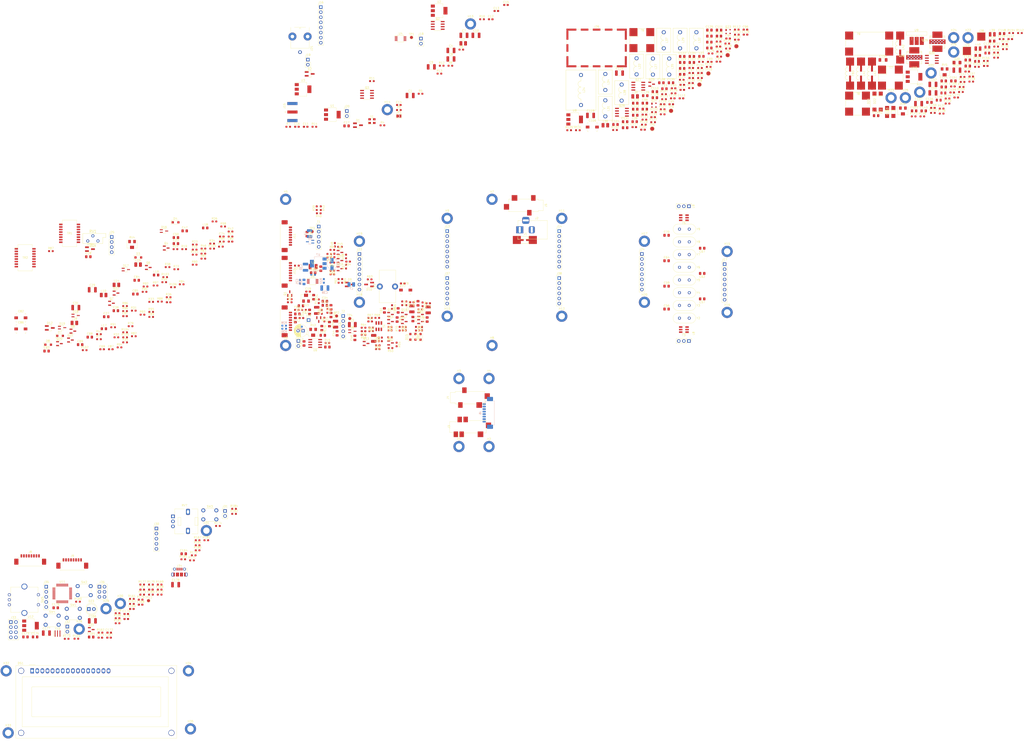
<source format=kicad_pcb>
(kicad_pcb (version 20211014) (generator pcbnew)

  (general
    (thickness 1.6)
  )

  (paper "A4")
  (layers
    (0 "F.Cu" signal)
    (31 "B.Cu" signal)
    (32 "B.Adhes" user "B.Adhesive")
    (33 "F.Adhes" user "F.Adhesive")
    (34 "B.Paste" user)
    (35 "F.Paste" user)
    (36 "B.SilkS" user "B.Silkscreen")
    (37 "F.SilkS" user "F.Silkscreen")
    (38 "B.Mask" user)
    (39 "F.Mask" user)
    (40 "Dwgs.User" user "User.Drawings")
    (41 "Cmts.User" user "User.Comments")
    (42 "Eco1.User" user "User.Eco1")
    (43 "Eco2.User" user "User.Eco2")
    (44 "Edge.Cuts" user)
    (45 "Margin" user)
    (46 "B.CrtYd" user "B.Courtyard")
    (47 "F.CrtYd" user "F.Courtyard")
    (48 "B.Fab" user)
    (49 "F.Fab" user)
    (50 "User.1" user)
    (51 "User.2" user)
    (52 "User.3" user)
    (53 "User.4" user)
    (54 "User.5" user)
    (55 "User.6" user)
    (56 "User.7" user)
    (57 "User.8" user)
    (58 "User.9" user)
  )

  (setup
    (stackup
      (layer "F.SilkS" (type "Top Silk Screen"))
      (layer "F.Paste" (type "Top Solder Paste"))
      (layer "F.Mask" (type "Top Solder Mask") (thickness 0.01))
      (layer "F.Cu" (type "copper") (thickness 0.035))
      (layer "dielectric 1" (type "core") (thickness 1.51) (material "FR4") (epsilon_r 4.5) (loss_tangent 0.02))
      (layer "B.Cu" (type "copper") (thickness 0.035))
      (layer "B.Mask" (type "Bottom Solder Mask") (thickness 0.01))
      (layer "B.Paste" (type "Bottom Solder Paste"))
      (layer "B.SilkS" (type "Bottom Silk Screen"))
      (copper_finish "None")
      (dielectric_constraints no)
    )
    (pad_to_mask_clearance 0)
    (pcbplotparams
      (layerselection 0x00010fc_ffffffff)
      (disableapertmacros false)
      (usegerberextensions false)
      (usegerberattributes true)
      (usegerberadvancedattributes true)
      (creategerberjobfile true)
      (svguseinch false)
      (svgprecision 6)
      (excludeedgelayer true)
      (plotframeref false)
      (viasonmask false)
      (mode 1)
      (useauxorigin false)
      (hpglpennumber 1)
      (hpglpenspeed 20)
      (hpglpendiameter 15.000000)
      (dxfpolygonmode true)
      (dxfimperialunits true)
      (dxfusepcbnewfont true)
      (psnegative false)
      (psa4output false)
      (plotreference true)
      (plotvalue true)
      (plotinvisibletext false)
      (sketchpadsonfab false)
      (subtractmaskfromsilk false)
      (outputformat 1)
      (mirror false)
      (drillshape 1)
      (scaleselection 1)
      (outputdirectory "")
    )
  )

  (net 0 "")
  (net 1 "+12V")
  (net 2 "GND")
  (net 3 "Net-(C2-Pad1)")
  (net 4 "Net-(C3-Pad1)")
  (net 5 "+3.3V")
  (net 6 "+9VA")
  (net 7 "/MIC")
  (net 8 "Net-(C6-Pad2)")
  (net 9 "+5VA")
  (net 10 "Net-(C10-Pad1)")
  (net 11 "Net-(C11-Pad1)")
  (net 12 "Net-(C11-Pad2)")
  (net 13 "Net-(C14-Pad1)")
  (net 14 "Net-(C14-Pad2)")
  (net 15 "Net-(C15-Pad1)")
  (net 16 "/BFO")
  (net 17 "Net-(C16-Pad1)")
  (net 18 "Net-(C16-Pad2)")
  (net 19 "Net-(C17-Pad1)")
  (net 20 "Net-(C17-Pad2)")
  (net 21 "Net-(C18-Pad1)")
  (net 22 "Net-(C18-Pad2)")
  (net 23 "Net-(C19-Pad1)")
  (net 24 "Net-(C19-Pad2)")
  (net 25 "Net-(C20-Pad1)")
  (net 26 "Net-(C20-Pad2)")
  (net 27 "Net-(C22-Pad1)")
  (net 28 "Net-(C23-Pad1)")
  (net 29 "Net-(C23-Pad2)")
  (net 30 "Net-(C25-Pad1)")
  (net 31 "Net-(C25-Pad2)")
  (net 32 "Net-(C26-Pad1)")
  (net 33 "Net-(C27-Pad1)")
  (net 34 "Net-(C27-Pad2)")
  (net 35 "Net-(C28-Pad1)")
  (net 36 "+VRX")
  (net 37 "Net-(C31-Pad1)")
  (net 38 "Net-(C33-Pad1)")
  (net 39 "/Baseband/VAGC")
  (net 40 "Net-(C37-Pad1)")
  (net 41 "Net-(C39-Pad1)")
  (net 42 "Net-(C39-Pad2)")
  (net 43 "Net-(C40-Pad2)")
  (net 44 "Net-(C41-Pad2)")
  (net 45 "Net-(C42-Pad1)")
  (net 46 "/Baseband/SPKR_OUT")
  (net 47 "Net-(C43-Pad2)")
  (net 48 "Net-(C44-Pad2)")
  (net 49 "Net-(C45-Pad1)")
  (net 50 "Net-(C45-Pad2)")
  (net 51 "Net-(C46-Pad1)")
  (net 52 "Net-(C46-Pad2)")
  (net 53 "Net-(C47-Pad1)")
  (net 54 "Net-(C47-Pad2)")
  (net 55 "Net-(C48-Pad1)")
  (net 56 "Net-(C48-Pad2)")
  (net 57 "Net-(C49-Pad1)")
  (net 58 "Net-(C49-Pad2)")
  (net 59 "Net-(C50-Pad1)")
  (net 60 "Net-(C51-Pad2)")
  (net 61 "Net-(C52-Pad1)")
  (net 62 "Net-(C53-Pad1)")
  (net 63 "Net-(C53-Pad2)")
  (net 64 "Net-(C54-Pad2)")
  (net 65 "Net-(C55-Pad1)")
  (net 66 "Net-(C55-Pad2)")
  (net 67 "Net-(C56-Pad2)")
  (net 68 "Net-(C57-Pad2)")
  (net 69 "Net-(C58-Pad1)")
  (net 70 "Net-(C59-Pad2)")
  (net 71 "Net-(C60-Pad2)")
  (net 72 "Net-(C61-Pad1)")
  (net 73 "Net-(C62-Pad2)")
  (net 74 "Net-(C63-Pad2)")
  (net 75 "Net-(C64-Pad2)")
  (net 76 "Net-(C65-Pad1)")
  (net 77 "Net-(C65-Pad2)")
  (net 78 "Net-(C66-Pad2)")
  (net 79 "Net-(C67-Pad2)")
  (net 80 "Net-(C68-Pad1)")
  (net 81 "Net-(C69-Pad1)")
  (net 82 "Net-(C69-Pad2)")
  (net 83 "Net-(C70-Pad2)")
  (net 84 "Net-(C71-Pad2)")
  (net 85 "Net-(C72-Pad1)")
  (net 86 "Net-(C72-Pad2)")
  (net 87 "Net-(C73-Pad2)")
  (net 88 "Net-(C74-Pad2)")
  (net 89 "Net-(C75-Pad2)")
  (net 90 "Net-(C76-Pad1)")
  (net 91 "Net-(C76-Pad2)")
  (net 92 "Net-(C78-Pad1)")
  (net 93 "Net-(C80-Pad1)")
  (net 94 "Net-(C80-Pad2)")
  (net 95 "Net-(C81-Pad1)")
  (net 96 "Net-(C81-Pad2)")
  (net 97 "Net-(C82-Pad1)")
  (net 98 "Net-(C82-Pad2)")
  (net 99 "Net-(C83-Pad2)")
  (net 100 "Net-(C86-Pad1)")
  (net 101 "Net-(C86-Pad2)")
  (net 102 "Net-(C87-Pad2)")
  (net 103 "Net-(C90-Pad2)")
  (net 104 "Net-(C100-Pad1)")
  (net 105 "/70MHz VHF Frontend/VHF_RX")
  (net 106 "Net-(C93-Pad1)")
  (net 107 "/70MHz VHF Frontend/TX_FROM_MIX")
  (net 108 "Net-(C94-Pad2)")
  (net 109 "Net-(C96-Pad2)")
  (net 110 "Net-(C100-Pad2)")
  (net 111 "Net-(C101-Pad2)")
  (net 112 "Net-(C102-Pad2)")
  (net 113 "Net-(C103-Pad1)")
  (net 114 "Net-(C104-Pad2)")
  (net 115 "Net-(C106-Pad1)")
  (net 116 "Net-(C107-Pad2)")
  (net 117 "Net-(C108-Pad1)")
  (net 118 "Net-(C109-Pad2)")
  (net 119 "/70MHz VHF Frontend/+VTX_FE")
  (net 120 "Net-(C111-Pad2)")
  (net 121 "Net-(C112-Pad1)")
  (net 122 "Net-(C112-Pad2)")
  (net 123 "Net-(C114-Pad2)")
  (net 124 "Net-(C115-Pad2)")
  (net 125 "/70MHz VHF Frontend/12V")
  (net 126 "Net-(C118-Pad2)")
  (net 127 "Net-(C119-Pad1)")
  (net 128 "Net-(C120-Pad1)")
  (net 129 "Net-(C120-Pad2)")
  (net 130 "Net-(C121-Pad1)")
  (net 131 "Net-(C125-Pad2)")
  (net 132 "Net-(C126-Pad1)")
  (net 133 "Net-(C128-Pad1)")
  (net 134 "Net-(C128-Pad2)")
  (net 135 "Net-(C129-Pad1)")
  (net 136 "/70MHz VHF Frontend/RX_TO_MIX")
  (net 137 "/70MHz VHF Frontend/VHF_TX")
  (net 138 "Net-(C136-Pad1)")
  (net 139 "Net-(C136-Pad2)")
  (net 140 "/PA 70MHz/12V")
  (net 141 "VGG1")
  (net 142 "Net-(C140-Pad1)")
  (net 143 "Net-(C140-Pad2)")
  (net 144 "Net-(C143-Pad1)")
  (net 145 "Net-(C143-Pad2)")
  (net 146 "Net-(C144-Pad1)")
  (net 147 "Net-(C144-Pad2)")
  (net 148 "VGG2")
  (net 149 "Net-(C147-Pad1)")
  (net 150 "Net-(C147-Pad2)")
  (net 151 "Net-(C148-Pad1)")
  (net 152 "Net-(C148-Pad2)")
  (net 153 "Net-(C149-Pad1)")
  (net 154 "Net-(C152-Pad1)")
  (net 155 "/PA 70MHz/VG_5V")
  (net 156 "Net-(C155-Pad2)")
  (net 157 "Net-(C156-Pad2)")
  (net 158 "Net-(C159-Pad2)")
  (net 159 "Net-(C161-Pad2)")
  (net 160 "Net-(C162-Pad2)")
  (net 161 "/PA 70MHz/PA_OUT")
  (net 162 "/Control on separate board/ENC_B")
  (net 163 "/Control on separate board/ENC_A")
  (net 164 "/Control on separate board/3.3V_UI")
  (net 165 "Net-(C169-Pad1)")
  (net 166 "Net-(C171-Pad1)")
  (net 167 "Net-(C172-Pad1)")
  (net 168 "Net-(C173-Pad2)")
  (net 169 "/Control on separate board/CW_TONE")
  (net 170 "Net-(C176-Pad1)")
  (net 171 "/Control on separate board/5V")
  (net 172 "Net-(D2-Pad1)")
  (net 173 "Net-(D5-Pad1)")
  (net 174 "Net-(D5-Pad2)")
  (net 175 "Net-(D6-Pad1)")
  (net 176 "Net-(D6-Pad2)")
  (net 177 "Net-(D7-Pad2)")
  (net 178 "Net-(D8-Pad2)")
  (net 179 "Net-(D9-Pad1)")
  (net 180 "Net-(D10-Pad3)")
  (net 181 "Net-(D10-Pad1)")
  (net 182 "Net-(D11-Pad1)")
  (net 183 "Net-(D11-Pad3)")
  (net 184 "Net-(D13-Pad2)")
  (net 185 "Net-(D14-Pad2)")
  (net 186 "Net-(D15-Pad2)")
  (net 187 "Net-(D16-Pad1)")
  (net 188 "Net-(D16-Pad2)")
  (net 189 "Net-(D16-Pad3)")
  (net 190 "Net-(D17-Pad3)")
  (net 191 "Net-(D18-Pad1)")
  (net 192 "Net-(D18-Pad2)")
  (net 193 "Net-(D18-Pad3)")
  (net 194 "Net-(D19-Pad3)")
  (net 195 "Net-(D20-Pad2)")
  (net 196 "Net-(D21-Pad2)")
  (net 197 "/Control on separate board/STATUSn")
  (net 198 "Net-(D23-Pad2)")
  (net 199 "unconnected-(DS1-Pad1)")
  (net 200 "unconnected-(DS1-Pad2)")
  (net 201 "unconnected-(DS1-Pad3)")
  (net 202 "unconnected-(DS1-Pad4)")
  (net 203 "unconnected-(DS1-Pad5)")
  (net 204 "unconnected-(DS1-Pad6)")
  (net 205 "unconnected-(DS1-Pad7)")
  (net 206 "unconnected-(DS1-Pad8)")
  (net 207 "unconnected-(DS1-Pad9)")
  (net 208 "unconnected-(DS1-Pad10)")
  (net 209 "unconnected-(DS1-Pad11)")
  (net 210 "unconnected-(DS1-Pad12)")
  (net 211 "unconnected-(DS1-Pad13)")
  (net 212 "unconnected-(DS1-Pad14)")
  (net 213 "unconnected-(DS1-Pad15)")
  (net 214 "unconnected-(DS1-Pad16)")
  (net 215 "Net-(FB1-Pad2)")
  (net 216 "Net-(FB3-Pad1)")
  (net 217 "unconnected-(J3-PadNC)")
  (net 218 "Net-(J3-PadR1)")
  (net 219 "unconnected-(J3-PadR2)")
  (net 220 "Net-(J3-PadS)")
  (net 221 "Net-(J3-PadT)")
  (net 222 "unconnected-(J3-PadTN)")
  (net 223 "Net-(J4-PadR)")
  (net 224 "Net-(J4-PadTN)")
  (net 225 "/CW_RING")
  (net 226 "/CW_TIP")
  (net 227 "unconnected-(J5-PadTN)")
  (net 228 "unconnected-(J6-Pad5)")
  (net 229 "Net-(J7-Pad1)")
  (net 230 "unconnected-(J7-Pad4)")
  (net 231 "/Baseband/SPKR_DET")
  (net 232 "/Control on separate board/CW_TIP")
  (net 233 "/Control on separate board/CW_RING")
  (net 234 "/Control on separate board/CW_KEYn")
  (net 235 "/Control on separate board/MIC_PTTn")
  (net 236 "/Control on separate board/EN_TX")
  (net 237 "/Control on separate board/EN_RX")
  (net 238 "/Control on separate board/S_METER")
  (net 239 "/Control on separate board/SCL")
  (net 240 "/Control on separate board/SDA")
  (net 241 "/Control on separate board/MUTE_MICn")
  (net 242 "/Control on separate board/SPKR_VOL")
  (net 243 "unconnected-(J9-Pad6)")
  (net 244 "/EN_VRX")
  (net 245 "/EN_VTX")
  (net 246 "/MIC_PTTn")
  (net 247 "/Baseband/CW_KEYn")
  (net 248 "/Baseband/CW_TONE")
  (net 249 "unconnected-(J12-Pad3)")
  (net 250 "/Baseband/SPKR_VOL")
  (net 251 "/MUTE_MICn")
  (net 252 "/SDA")
  (net 253 "/SCL")
  (net 254 "/S_METER")
  (net 255 "/Baseband/VHF_IN")
  (net 256 "/Baseband/VHF_OUT")
  (net 257 "/70MHz VHF Frontend/EN_VRX")
  (net 258 "/70MHz VHF Frontend/EN_VTX")
  (net 259 "/PA 70MHz/PA_IN")
  (net 260 "/PA 70MHz/EN_PA")
  (net 261 "/CLK1")
  (net 262 "Net-(J22-Pad2)")
  (net 263 "+VTX")
  (net 264 "Net-(J24-Pad2)")
  (net 265 "unconnected-(J24-Pad4)")
  (net 266 "unconnected-(J24-Pad5)")
  (net 267 "Net-(J24-Pad7)")
  (net 268 "/Control on separate board/DISP_LAT")
  (net 269 "/Control on separate board/I2C2_SDA")
  (net 270 "/Control on separate board/I2C2_SCL")
  (net 271 "/Control on separate board/PC14")
  (net 272 "/Control on separate board/PC13")
  (net 273 "Net-(J32-Pad1)")
  (net 274 "/Control on separate board/PA0")
  (net 275 "/Control on separate board/USART1_TX")
  (net 276 "/Control on separate board/USART1_RX")
  (net 277 "/Control on separate board/PB15")
  (net 278 "unconnected-(J34-Pad1)")
  (net 279 "/Control on separate board/USB_DM")
  (net 280 "/Control on separate board/USB_DP")
  (net 281 "Net-(J34-Pad4)")
  (net 282 "/Control on separate board/SWCLK")
  (net 283 "/Control on separate board/SWDIO")
  (net 284 "/Control on separate board/RESETn")
  (net 285 "Net-(J36-Pad3)")
  (net 286 "Net-(J36-Pad4)")
  (net 287 "/LO1")
  (net 288 "Net-(L14-Pad1)")
  (net 289 "Net-(L15-Pad1)")
  (net 290 "Net-(L19-Pad1)")
  (net 291 "Net-(L21-Pad2)")
  (net 292 "Net-(L23-Pad2)")
  (net 293 "Net-(L25-Pad2)")
  (net 294 "Net-(L39-Pad2)")
  (net 295 "Net-(L40-Pad2)")
  (net 296 "Net-(Q1-Pad1)")
  (net 297 "Net-(Q2-Pad4)")
  (net 298 "Net-(Q3-Pad4)")
  (net 299 "Net-(Q6-Pad1)")
  (net 300 "Net-(Q6-Pad2)")
  (net 301 "Net-(Q7-Pad1)")
  (net 302 "Net-(Q10-Pad1)")
  (net 303 "Net-(Q10-Pad2)")
  (net 304 "Net-(Q11-Pad1)")
  (net 305 "Net-(Q11-Pad3)")
  (net 306 "Net-(Q13-Pad1)")
  (net 307 "Net-(Q14-Pad2)")
  (net 308 "Net-(Q14-Pad3)")
  (net 309 "Net-(Q16-Pad2)")
  (net 310 "Net-(Q18-Pad2)")
  (net 311 "Net-(Q20-Pad1)")
  (net 312 "Net-(Q21-Pad1)")
  (net 313 "Net-(Q23-Pad1)")
  (net 314 "Net-(Q24-Pad4)")
  (net 315 "/70MHz VHF Frontend/+9V_FE")
  (net 316 "Net-(Q26-Pad4)")
  (net 317 "/70MHz VHF Frontend/+VRX_FE")
  (net 318 "Net-(Q27-Pad4)")
  (net 319 "Net-(Q30-Pad4)")
  (net 320 "Net-(R22-Pad2)")
  (net 321 "Net-(R23-Pad2)")
  (net 322 "Net-(R28-Pad2)")
  (net 323 "Net-(R31-Pad1)")
  (net 324 "Net-(R31-Pad2)")
  (net 325 "Net-(R35-Pad1)")
  (net 326 "Net-(R36-Pad1)")
  (net 327 "Net-(R93-Pad1)")
  (net 328 "Net-(R103-Pad2)")
  (net 329 "Net-(R104-Pad2)")
  (net 330 "Net-(R100-Pad1)")
  (net 331 "Net-(R101-Pad1)")
  (net 332 "Net-(R111-Pad2)")
  (net 333 "Net-(R135-Pad1)")
  (net 334 "Net-(R140-Pad1)")
  (net 335 "Net-(J27-Pad1)")
  (net 336 "Net-(R157-Pad1)")
  (net 337 "Net-(R159-Pad1)")
  (net 338 "Net-(R160-Pad1)")
  (net 339 "Net-(R161-Pad2)")
  (net 340 "/Control on separate board/BTN0")
  (net 341 "/Control on separate board/BTN1")
  (net 342 "/Control on separate board/BTN2")
  (net 343 "/Control on separate board/BTN3")
  (net 344 "Net-(R168-Pad1)")
  (net 345 "/Control on separate board/ENC_BTN")
  (net 346 "/Control on separate board/XTAL1")
  (net 347 "/Control on separate board/XTAL2")
  (net 348 "/Control on separate board/PWM_CW")
  (net 349 "/Control on separate board/MUTE_SPKR")
  (net 350 "Net-(R178-Pad2)")
  (net 351 "Net-(R179-Pad2)")
  (net 352 "Net-(R180-Pad2)")
  (net 353 "/Control on separate board/BOOT0")
  (net 354 "/Control on separate board/BOOT1")
  (net 355 "unconnected-(T3-Pad2)")
  (net 356 "unconnected-(T5-Pad2)")
  (net 357 "unconnected-(TR1-Pad10)")
  (net 358 "unconnected-(TR1-Pad15)")
  (net 359 "unconnected-(TR2-Pad10)")
  (net 360 "unconnected-(TR2-Pad15)")
  (net 361 "Net-(U4-Pad3)")
  (net 362 "unconnected-(U11-Pad14)")
  (net 363 "unconnected-(U11-Pad40)")
  (net 364 "Net-(D22-Pad2)")
  (net 365 "unconnected-(T4-Pad2)")
  (net 366 "Net-(D1-Pad1)")
  (net 367 "Net-(J16-Pad5)")
  (net 368 "unconnected-(J37-Pad6)")
  (net 369 "unconnected-(J38-Pad6)")
  (net 370 "/Baseband/3V3_MIC")
  (net 371 "Net-(U5-Pad6)")

  (footprint "Capacitor_SMD:C_0603_1608Metric_Pad1.08x0.95mm_HandSolder" (layer "F.Cu") (at -75.99 242.44))

  (footprint "Capacitor_SMD:C_0805_2012Metric_Pad1.18x1.45mm_HandSolder" (layer "F.Cu") (at -34.37 200.55))

  (footprint "Resistor_SMD:R_0603_1608Metric_Pad0.98x0.95mm_HandSolder" (layer "F.Cu") (at 200.312 -20.032))

  (footprint "Crystal:Crystal_HC49-U_Vertical" (layer "F.Cu") (at 213.065 63.81))

  (footprint "Resistor_SMD:R_0603_1608Metric_Pad0.98x0.95mm_HandSolder" (layer "F.Cu") (at 365.954 -45.614))

  (footprint "Resistor_SMD:R_0603_1608Metric_Pad0.98x0.95mm_HandSolder" (layer "F.Cu") (at -59.28 91.9))

  (footprint "Package_SO:MSOP-10_3x3mm_P0.5mm" (layer "F.Cu") (at 29.972 64.516))

  (footprint "Connector_Molex:Molex_PicoBlade_53261-0871_1x08-1MP_P1.25mm_Horizontal" (layer "F.Cu") (at 16.495 41.91 -90))

  (footprint "mpb:four_4mm_pads_narrow" (layer "F.Cu") (at 318.349 -37.179))

  (footprint "Potentiometer_SMD:Potentiometer_Bourns_3214W_Vertical" (layer "F.Cu") (at -60.17 46.05))

  (footprint "Potentiometer_SMD:Potentiometer_Bourns_3214W_Vertical" (layer "F.Cu") (at 26.67 72.898 180))

  (footprint "Resistor_SMD:R_0603_1608Metric_Pad0.98x0.95mm_HandSolder" (layer "F.Cu") (at 228.572 -49.332))

  (footprint "Capacitor_SMD:C_0603_1608Metric_Pad1.08x0.95mm_HandSolder" (layer "F.Cu") (at 214.062 -26.922))

  (footprint "Package_TO_SOT_SMD:SOT-223-3_TabPin2" (layer "F.Cu") (at 25.19 -31.47))

  (footprint "Resistor_SMD:R_0603_1608Metric_Pad0.98x0.95mm_HandSolder" (layer "F.Cu") (at -76.68 93.39))

  (footprint "Capacitor_SMD:C_0603_1608Metric_Pad1.08x0.95mm_HandSolder" (layer "F.Cu") (at 41.0695 46.228 90))

  (footprint "Capacitor_SMD:C_1210_3225Metric_Pad1.33x2.70mm_HandSolder" (layer "F.Cu") (at 111.5 -58.39))

  (footprint "Capacitor_SMD:C_1210_3225Metric_Pad1.33x2.70mm_HandSolder" (layer "F.Cu") (at 99 -46.59))

  (footprint "Resistor_SMD:R_0603_1608Metric_Pad0.98x0.95mm_HandSolder" (layer "F.Cu") (at 204.662 -21.462))

  (footprint "Capacitor_SMD:C_0805_2012Metric_Pad1.18x1.45mm_HandSolder" (layer "F.Cu") (at 344.974 -32.604))

  (footprint "Capacitor_SMD:C_0805_2012Metric_Pad1.18x1.45mm_HandSolder" (layer "F.Cu") (at 369.114 -55.524))

  (footprint "Diode_SMD:D_SOD-123F" (layer "F.Cu") (at 78.74 92.202 90))

  (footprint "Resistor_SMD:R_0603_1608Metric_Pad0.98x0.95mm_HandSolder" (layer "F.Cu") (at -50.61 74.73))

  (footprint "Capacitor_SMD:C_0805_2012Metric_Pad1.18x1.45mm_HandSolder" (layer "F.Cu") (at -73.05 82.16))

  (footprint "mpb:PLD-1.5W" (layer "F.Cu") (at 341.809 -55.199))

  (footprint "Capacitor_SMD:C_0805_2012Metric_Pad1.18x1.45mm_HandSolder" (layer "F.Cu") (at 337.824 -24.914))

  (footprint "Capacitor_SMD:C_0805_2012Metric_Pad1.18x1.45mm_HandSolder" (layer "F.Cu") (at 219.242 -47.852))

  (footprint "Resistor_SMD:R_0805_2012Metric" (layer "F.Cu") (at 361.574 -45.394))

  (footprint "Connector_BarrelJack:BarrelJack_Horizontal" (layer "F.Cu") (at 133.35 38.735 180))

  (footprint "Resistor_SMD:R_0603_1608Metric_Pad0.98x0.95mm_HandSolder" (layer "F.Cu") (at 371.134 -52.764))

  (footprint "Connector_Molex:Molex_PicoBlade_53261-0871_1x08-1MP_P1.25mm_Horizontal" (layer "F.Cu") (at 16.495 59.69 -90))

  (footprint "Package_TO_SOT_SMD:SOT-23" (layer "F.Cu") (at -89.7 89.35))

  (footprint "MountingHole:MountingHole_3.2mm_M3_DIN965_Pad" (layer "F.Cu") (at -86.55 238.15))

  (footprint "Resistor_SMD:R_0603_1608Metric_Pad0.98x0.95mm_HandSolder" (layer "F.Cu") (at 98.72 -43.21))

  (footprint "Resistor_SMD:R_0603_1608Metric_Pad0.98x0.95mm_HandSolder" (layer "F.Cu") (at 46.6575 52.07 90))

  (footprint "Inductor_SMD:L_1008_2520Metric_Pad1.43x2.20mm_HandSolder" (layer "F.Cu") (at -88.94 85.25))

  (footprint "Inductor_SMD:L_1008_2520Metric_Pad1.43x2.20mm_HandSolder" (layer "F.Cu") (at 105.13 -54.39))

  (footprint "Connector_PinHeader_2.54mm:PinHeader_2x04_P2.54mm_Vertical" (layer "F.Cu") (at -120.65 234.65))

  (footprint "Package_TO_SOT_SMD:SOT-23_Handsoldering" (layer "F.Cu") (at -101.22 87.75))

  (footprint "Capacitor_SMD:C_0805_2012Metric_Pad1.18x1.45mm_HandSolder" (layer "F.Cu") (at 311.214 -18.274))

  (footprint "Capacitor_SMD:C_0603_1608Metric_Pad1.08x0.95mm_HandSolder" (layer "F.Cu") (at 40.8155 51.562 90))

  (footprint "mpb:two_4mm_pads" (layer "F.Cu") (at 135.89 43.815 -90))

  (footprint "Capacitor_SMD:C_0805_2012Metric_Pad1.18x1.45mm_HandSolder" (layer "F.Cu") (at -38.27 42.63))

  (footprint "Resistor_SMD:R_0603_1608Metric_Pad0.98x0.95mm_HandSolder" (layer "F.Cu") (at -87.95 242.98))

  (footprint "Capacitor_SMD:C_0603_1608Metric_Pad1.08x0.95mm_HandSolder" (layer "F.Cu") (at -63.66 81.86))

  (footprint "Resistor_SMD:R_0603_1608Metric_Pad0.98x0.95mm_HandSolder" (layer "F.Cu") (at 39.7995 48.768))

  (footprint "Resistor_SMD:R_0603_1608Metric_Pad0.98x0.95mm_HandSolder" (layer "F.Cu") (at -92.82 243.03))

  (footprint "Inductor_SMD:L_0805_2012Metric_Pad1.15x1.40mm_HandSolder" (layer "F.Cu") (at 224.022 -47.882))

  (footprint "TestPoint:TestPoint_Pad_D2.0mm" (layer "F.Cu") (at 227.502 -39.362))

  (footprint "Resistor_SMD:R_0603_1608Metric_Pad0.98x0.95mm_HandSolder" (layer "F.Cu") (at 371.094 -49.754))

  (footprint "Package_TO_SOT_SMD:SOT-323_SC-70_Handsoldering" (layer "F.Cu") (at -63.26 58.6))

  (footprint "Resistor_SMD:R_0603_1608Metric_Pad0.98x0.95mm_HandSolder" (layer "F.Cu") (at 346.854 -24.324))

  (footprint "Resistor_SMD:R_0603_1608Metric_Pad0.98x0.95mm_HandSolder" (layer "F.Cu") (at 74.676 75.438 -90))

  (footprint "Capacitor_SMD:C_0603_1608Metric_Pad1.08x0.95mm_HandSolder" (layer "F.Cu")
    (tedit 5F68FEEF) (tstamp 16940617-bade-4e3c-a614-ef011634960b)
    (at 76.454 88.138 90)
    (descr "Capacitor SMD 0603 (1608 Metric), square (rectangular) end terminal, IPC_7351 nominal with elongated pad for handsoldering. (Body size source: IPC-SM-782 page 76, https://www.pcb-3d.com/wordpress/wp-content/uploads/ipc-sm-782a_amendment_1_and_2.pdf), generated with kicad-footprint-generator")
    (tags "capacitor handsolder")
    (property "MPN" "GRM188R71H104KA93D")
    (property "Need_order" "0")
    (property "Sheetfile" "baseband.kicad_sch")
    (property "Sheetname" "Baseband")
    (path "/691ab6db-80d5-4c97-9e5f-aae234327d27/244f201a-9cbc-4c79-a7d9-0b6e9fe0299c")
    (attr smd)
    (fp_text reference "C66" (at 0 -1.43 90) (layer "F.SilkS")
      (effects (font (size 1 1) (thickness 0.15)))
      (tstamp 8dd8ad37-1d32-4ebd-88c8-1c6f8ad9f3c7)
    )
    (fp_text value "0.1uF" (at 0 1.43 90) (layer "F.Fab")
      (effects (font (size 1 1) (thickness 0.15)))
      (tstamp f880404d-633e-4ac4-856c-9cc4a9032cc7)
    )
    (fp_text user "${REFERENCE}" (at 0 0 90) (layer "F.Fab")
      (effects (font (size 0.4 0.4) (thickness 0.06)))
      (tstamp 62c6f5ff-c62b-4e3d-8475-6d82821c370e)
    )
    (fp_line (start -0.146267 0.51) (end 0.146267 0.51) (layer "F.SilkS") (width 0.12) (tstamp 264aec34-4a81-4af4-8866-f73b5a60d804))
    (fp_line (start -0.146267 -0.51) (end 0.146267 -0.51) (layer "F.SilkS") (width 0.12) (tstamp 7f4e805d-d3bc-4b76-80d8-0cbc6149c2c6))
    (fp_line (start 1.65 0.73) (end -1.65 0.73) (layer "F.CrtYd") (width 0.05) (tstamp 9f25987a-8f17-4dcb-bff1-d85ded09f2f9))
    (fp_line (start -1.65 0.73) (end -1.65 -0.73) (layer "F.CrtYd") (width 0.05) (tstamp a2f9f50e-766a-45e8-a063-71d670e19c06))
    (fp_line (start 1.65 -0.73) (end 1.65 0.73) (layer "F.CrtYd") (width 0.05) (tstamp c8e7abd1-8c2b-4406-a28f-0115a9b1b86c))
    (fp_line
... [1794072 chars truncated]
</source>
